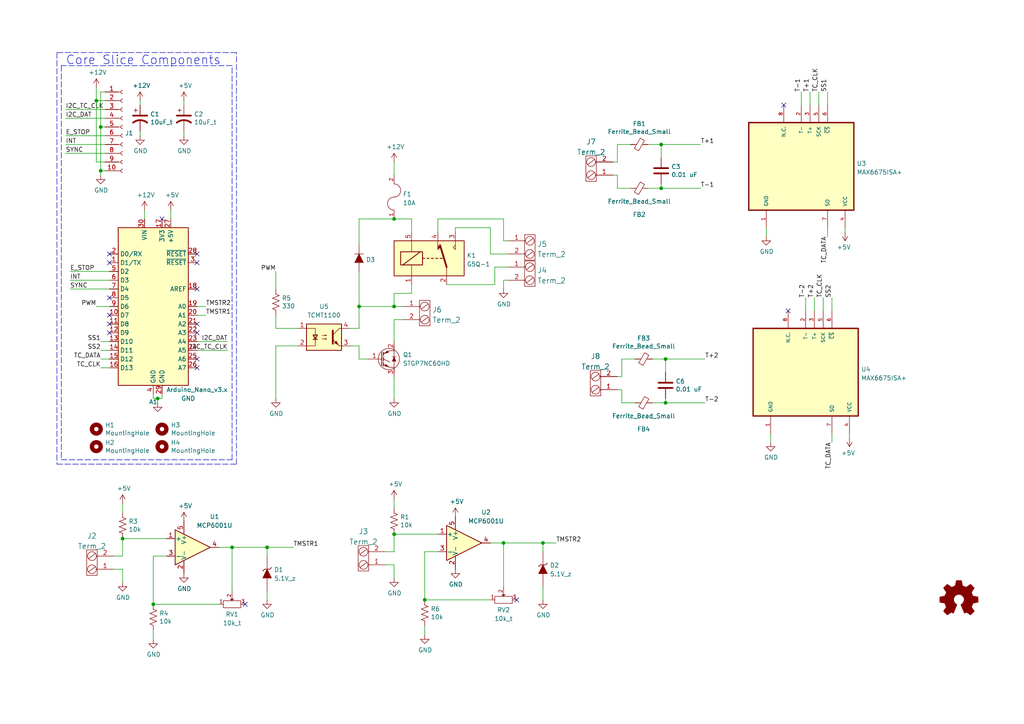
<source format=kicad_sch>
(kicad_sch (version 20211123) (generator eeschema)
  (paper "A4")
  (lib_symbols
    (symbol "Amplifier_Operational:MCP6001U" (pin_names (offset 0.127))
      (property "Reference" "U" (at 0 5.08 0))
      (property "Value" "MCP6001U" (at 0 -5.08 0))
      (symbol "MCP6001U_0_1"
        (pin power_in line (at -2.54 -7.62 90) (length 3.81) (name "V-") (number "2"))
        (pin power_in line (at -2.54 7.62 270) (length 3.81) (name "V+") (number "5"))
      )
      (symbol "MCP6001U_1_1"
        (pin input line (at -7.62 2.54 0) (length 2.54) (name "+") (number "1"))
        (pin input line (at -7.62 -2.54 0) (length 2.54) (name "-") (number "3"))
        (pin output line (at 7.62 0 180) (length 2.54) (name "~") (number "4"))
      )
    )
    (symbol "BREAD_Slice-rescue:10uF_t-OCI_UPL_2_Capacitors" (pin_numbers hide) (pin_names (offset 0.254) hide)
      (property "Reference" "C" (at 0.635 2.54 0))
      (property "Value" "10uF_t-OCI_UPL_2_Capacitors" (at 0.635 -2.54 0))
      (symbol "10uF_t-OCI_UPL_2_Capacitors_1_1"
        (pin passive line (at 0 3.81 270) (length 2.794) (name "~") (number "1"))
        (pin passive line (at 0 -3.81 90) (length 3.302) (name "~") (number "2"))
      )
    )
    (symbol "Connector:Conn_01x10_Female" (pin_names (offset 1.016) hide)
      (property "Reference" "J" (at 0 12.7 0))
      (property "Value" "Conn_01x10_Female" (at 0 -15.24 0))
      (symbol "Conn_01x10_Female_1_1"
        (pin passive line (at -5.08 10.16 0) (length 3.81) (name "Pin_1") (number "1"))
        (pin passive line (at -5.08 -12.7 0) (length 3.81) (name "Pin_10") (number "10"))
        (pin passive line (at -5.08 7.62 0) (length 3.81) (name "Pin_2") (number "2"))
        (pin passive line (at -5.08 5.08 0) (length 3.81) (name "Pin_3") (number "3"))
        (pin passive line (at -5.08 2.54 0) (length 3.81) (name "Pin_4") (number "4"))
        (pin passive line (at -5.08 0 0) (length 3.81) (name "Pin_5") (number "5"))
        (pin passive line (at -5.08 -2.54 0) (length 3.81) (name "Pin_6") (number "6"))
        (pin passive line (at -5.08 -5.08 0) (length 3.81) (name "Pin_7") (number "7"))
        (pin passive line (at -5.08 -7.62 0) (length 3.81) (name "Pin_8") (number "8"))
        (pin passive line (at -5.08 -10.16 0) (length 3.81) (name "Pin_9") (number "9"))
      )
    )
    (symbol "Device:C" (pin_numbers hide) (pin_names (offset 0.254))
      (property "Reference" "C" (at 0.635 2.54 0))
      (property "Value" "C" (at 0.635 -2.54 0))
      (symbol "C_1_1"
        (pin passive line (at 0 3.81 270) (length 2.794) (name "~") (number "1"))
        (pin passive line (at 0 -3.81 90) (length 2.794) (name "~") (number "2"))
      )
    )
    (symbol "Device:Ferrite_Bead_Small" (pin_numbers hide) (pin_names (offset 0))
      (property "Reference" "FB" (at 1.905 1.27 0))
      (property "Value" "Device_Ferrite_Bead_Small" (at 1.905 -1.27 0))
      (symbol "Ferrite_Bead_Small_1_1"
        (pin passive line (at 0 2.54 270) (length 1.27) (name "~") (number "1"))
        (pin passive line (at 0 -2.54 90) (length 1.27) (name "~") (number "2"))
      )
    )
    (symbol "Device:R_US" (pin_numbers hide) (pin_names (offset 0))
      (property "Reference" "R" (at 2.54 0 90))
      (property "Value" "R_US" (at -2.54 0 90))
      (symbol "R_US_1_1"
        (pin passive line (at 0 3.81 270) (length 1.27) (name "~") (number "1"))
        (pin passive line (at 0 -3.81 90) (length 1.27) (name "~") (number "2"))
      )
    )
    (symbol "Graphic:Logo_Open_Hardware_Small" (pin_names (offset 1.016)))
    (symbol "Isolator:TCMT1100" (pin_names (offset 1.016))
      (property "Reference" "U" (at 0 5.08 0))
      (property "Value" "TCMT1100" (at 0 -5.08 0))
      (symbol "TCMT1100_1_1"
        (pin passive line (at -7.62 2.54 0) (length 2.54) (name "~") (number "1"))
        (pin passive line (at -7.62 -2.54 0) (length 2.54) (name "~") (number "2"))
        (pin passive line (at 7.62 -2.54 180) (length 2.54) (name "~") (number "3"))
        (pin passive line (at 7.62 2.54 180) (length 2.54) (name "~") (number "4"))
      )
    )
    (symbol "MAX6675ISA_:MAX6675ISA+" (pin_names (offset 1.016))
      (property "Reference" "U" (at -12.7 16.2306 0))
      (property "Value" "MAX6675ISA+" (at -12.7 -19.2278 0))
      (symbol "MAX6675ISA+_0_0"
        (pin power_in line (at 17.78 -10.16 180) (length 5.08) (name "GND") (number "1"))
        (pin input line (at -17.78 0 0) (length 5.08) (name "T-") (number "2"))
        (pin input line (at -17.78 2.54 0) (length 5.08) (name "T+") (number "3"))
        (pin power_in line (at 17.78 12.7 180) (length 5.08) (name "VCC") (number "4"))
        (pin input line (at -17.78 5.08 0) (length 5.08) (name "SCK") (number "5"))
        (pin input line (at -17.78 7.62 0) (length 5.08) (name "~{CS}") (number "6"))
        (pin output line (at 17.78 7.62 180) (length 5.08) (name "SO") (number "7"))
        (pin bidirectional line (at -17.78 -5.08 0) (length 5.08) (name "N.C.") (number "8"))
      )
    )
    (symbol "MCU_Module:Arduino_Nano_v3.x"
      (property "Reference" "A" (at -10.16 23.495 0))
      (property "Value" "Arduino_Nano_v3.x" (at 5.08 -24.13 0))
      (symbol "Arduino_Nano_v3.x_1_1"
        (pin bidirectional line (at -12.7 12.7 0) (length 2.54) (name "D1/TX") (number "1"))
        (pin bidirectional line (at -12.7 -2.54 0) (length 2.54) (name "D7") (number "10"))
        (pin bidirectional line (at -12.7 -5.08 0) (length 2.54) (name "D8") (number "11"))
        (pin bidirectional line (at -12.7 -7.62 0) (length 2.54) (name "D9") (number "12"))
        (pin bidirectional line (at -12.7 -10.16 0) (length 2.54) (name "D10") (number "13"))
        (pin bidirectional line (at -12.7 -12.7 0) (length 2.54) (name "D11") (number "14"))
        (pin bidirectional line (at -12.7 -15.24 0) (length 2.54) (name "D12") (number "15"))
        (pin bidirectional line (at -12.7 -17.78 0) (length 2.54) (name "D13") (number "16"))
        (pin power_out line (at 2.54 25.4 270) (length 2.54) (name "3V3") (number "17"))
        (pin input line (at 12.7 5.08 180) (length 2.54) (name "AREF") (number "18"))
        (pin bidirectional line (at 12.7 0 180) (length 2.54) (name "A0") (number "19"))
        (pin bidirectional line (at -12.7 15.24 0) (length 2.54) (name "D0/RX") (number "2"))
        (pin bidirectional line (at 12.7 -2.54 180) (length 2.54) (name "A1") (number "20"))
        (pin bidirectional line (at 12.7 -5.08 180) (length 2.54) (name "A2") (number "21"))
        (pin bidirectional line (at 12.7 -7.62 180) (length 2.54) (name "A3") (number "22"))
        (pin bidirectional line (at 12.7 -10.16 180) (length 2.54) (name "A4") (number "23"))
        (pin bidirectional line (at 12.7 -12.7 180) (length 2.54) (name "A5") (number "24"))
        (pin bidirectional line (at 12.7 -15.24 180) (length 2.54) (name "A6") (number "25"))
        (pin bidirectional line (at 12.7 -17.78 180) (length 2.54) (name "A7") (number "26"))
        (pin power_out line (at 5.08 25.4 270) (length 2.54) (name "+5V") (number "27"))
        (pin input line (at 12.7 15.24 180) (length 2.54) (name "~{RESET}") (number "28"))
        (pin power_in line (at 2.54 -25.4 90) (length 2.54) (name "GND") (number "29"))
        (pin input line (at 12.7 12.7 180) (length 2.54) (name "~{RESET}") (number "3"))
        (pin power_in line (at -2.54 25.4 270) (length 2.54) (name "VIN") (number "30"))
        (pin power_in line (at 0 -25.4 90) (length 2.54) (name "GND") (number "4"))
        (pin bidirectional line (at -12.7 10.16 0) (length 2.54) (name "D2") (number "5"))
        (pin bidirectional line (at -12.7 7.62 0) (length 2.54) (name "D3") (number "6"))
        (pin bidirectional line (at -12.7 5.08 0) (length 2.54) (name "D4") (number "7"))
        (pin bidirectional line (at -12.7 2.54 0) (length 2.54) (name "D5") (number "8"))
        (pin bidirectional line (at -12.7 0 0) (length 2.54) (name "D6") (number "9"))
      )
    )
    (symbol "Mechanical:MountingHole" (pin_names (offset 1.016))
      (property "Reference" "H" (at 0 5.08 0))
      (property "Value" "MountingHole" (at 0 3.175 0))
    )
    (symbol "OCI_UPL_10_Connectors:Term_2" (pin_names (offset 1.016))
      (property "Reference" "J" (at 3.81 1.27 0))
      (property "Value" "Term_2" (at 6.35 3.81 0))
      (symbol "Term_2_1_1"
        (pin input line (at -6.35 3.81 0) (length 5.08) (name "~") (number "1"))
        (pin input line (at -6.35 0 0) (length 5.08) (name "~") (number "2"))
      )
    )
    (symbol "OCI_UPL_11_Mechanical:FUSE_Blade" (pin_names (offset 0.254))
      (property "Reference" "F" (at 2.54 1.27 0))
      (property "Value" "FUSE_Blade" (at 0 -3.81 0))
      (symbol "FUSE_Blade_1_1"
        (pin input line (at -6.35 0 0) (length 2.54) (name "~") (number "1"))
        (pin input line (at 6.35 0 180) (length 2.54) (name "~") (number "2"))
      )
    )
    (symbol "OCI_UPL_1_Resistors:10k_t" (pin_names (offset 1.016) hide)
      (property "Reference" "RV" (at 0 -2.032 0))
      (property "Value" "10k_t" (at 0 0 0))
      (symbol "10k_t_1_1"
        (pin passive line (at -3.81 0 0) (length 1.27) (name "1") (number "1"))
        (pin passive line (at 0 3.81 270) (length 2.54) (name "2") (number "2"))
        (pin passive line (at 3.81 0 180) (length 1.27) (name "3") (number "3"))
      )
    )
    (symbol "OCI_UPL_4_Semiconductors:5.1V_z" (pin_numbers hide) (pin_names (offset 1.016) hide)
      (property "Reference" "D" (at 0 2.54 0))
      (property "Value" "5.1V_z" (at 0 -2.54 0))
      (symbol "5.1V_z_1_1"
        (pin passive line (at -5.08 0 0) (length 3.81) (name "K") (number "1"))
        (pin passive line (at 5.08 0 180) (length 3.81) (name "A") (number "2"))
      )
    )
    (symbol "OCI_UPL_4_Semiconductors:General_Purpose_Diode" (pin_numbers hide) (pin_names (offset 1.016) hide)
      (property "Reference" "D" (at 0 2.54 0))
      (symbol "General_Purpose_Diode_1_1"
        (pin passive line (at -3.81 0 0) (length 2.54) (name "K") (number "1"))
        (pin passive line (at 3.81 0 180) (length 2.54) (name "A") (number "2"))
      )
    )
    (symbol "Relay:G5Q-1"
      (property "Reference" "K" (at 11.43 3.81 0))
      (property "Value" "G5Q-1" (at 11.43 1.27 0))
      (symbol "G5Q-1_1_1"
        (pin passive line (at -5.08 -7.62 90) (length 2.54) (name "~") (number "1"))
        (pin passive line (at 5.08 -7.62 90) (length 2.54) (name "~") (number "2"))
        (pin passive line (at 7.62 7.62 270) (length 2.54) (name "~") (number "3"))
        (pin passive line (at 2.54 7.62 270) (length 2.54) (name "~") (number "4"))
        (pin passive line (at -5.08 7.62 270) (length 2.54) (name "~") (number "5"))
      )
    )
    (symbol "Transistor_IGBT:STGP7NC60HD" (pin_names (offset 0) hide)
      (property "Reference" "Q" (at 6.35 1.905 0))
      (property "Value" "STGP7NC60HD" (at 6.35 0 0))
      (symbol "STGP7NC60HD_1_1"
        (pin input line (at -5.08 0 0) (length 3.81) (name "G") (number "1"))
        (pin passive line (at 2.54 5.08 270) (length 2.54) (name "C") (number "2"))
        (pin passive line (at 2.54 -5.08 90) (length 2.54) (name "E") (number "3"))
      )
    )
    (symbol "power:+12V" (power) (pin_names (offset 0))
      (property "Value" "+12V" (at 0 3.556 0))
      (symbol "+12V_1_1"
        (pin power_in line (at 0 0 90) (length 0) hide (name "+12V") (number "1"))
      )
    )
    (symbol "power:+5V" (power) (pin_names (offset 0))
      (property "Value" "+5V" (at 0 3.556 0))
      (symbol "+5V_1_1"
        (pin power_in line (at 0 0 90) (length 0) hide (name "+5V") (number "1"))
      )
    )
    (symbol "power:GND" (power) (pin_names (offset 0))
      (property "Value" "GND" (at 0 -3.81 0))
      (symbol "GND_1_1"
        (pin power_in line (at 0 0 270) (length 0) hide (name "GND") (number "1"))
      )
    )
  )
  (junction (at 123.19 173.99))
  (junction (at 29.21 49.53))
  (junction (at 114.3 88.9))
  (junction (at 35.56 156.21))
  (junction (at 114.3 63.5))
  (junction (at 191.77 54.61))
  (junction (at 27.94 29.21))
  (junction (at 114.3 154.94))
  (junction (at 45.72 115.57))
  (junction (at 29.21 36.83))
  (junction (at 67.31 158.75))
  (junction (at 193.04 116.84))
  (junction (at 157.48 157.48))
  (junction (at 191.77 41.91))
  (junction (at 77.47 158.75))
  (junction (at 146.05 157.48))
  (junction (at 104.14 88.9))
  (junction (at 193.04 104.14))
  (junction (at 44.45 175.26))
  (no_connect (at 57.15 96.52))
  (no_connect (at 31.75 86.36))
  (no_connect (at 57.15 83.82))
  (no_connect (at 31.75 76.2))
  (no_connect (at 149.86 173.99))
  (no_connect (at 228.6 90.17))
  (no_connect (at 31.75 91.44))
  (no_connect (at 31.75 96.52))
  (no_connect (at 71.12 175.26))
  (no_connect (at 31.75 73.66))
  (no_connect (at 46.99 63.5))
  (no_connect (at 31.75 93.98))
  (no_connect (at 57.15 93.98))
  (no_connect (at 57.15 106.68))
  (no_connect (at 57.15 104.14))
  (no_connect (at 57.15 73.66))
  (no_connect (at 57.15 76.2))
  (no_connect (at 227.33 30.48))
  (wire (pts (xy 119.38 82.55) (xy 119.38 85.09)))
  (wire (pts (xy 46.99 115.57) (xy 46.99 114.3)))
  (wire (pts (xy 29.21 106.68) (xy 31.75 106.68)))
  (wire (pts (xy 180.34 113.03) (xy 180.34 116.84)))
  (wire (pts (xy 29.21 101.6) (xy 31.75 101.6)))
  (wire (pts (xy 77.47 171.45) (xy 77.47 173.99)))
  (wire (pts (xy 123.19 173.99) (xy 142.24 173.99)))
  (wire (pts (xy 114.3 85.09) (xy 114.3 88.9)))
  (wire (pts (xy 127 63.5) (xy 146.05 63.5)))
  (wire (pts (xy 142.24 66.04) (xy 142.24 73.66)))
  (wire (pts (xy 114.3 154.94) (xy 127 154.94)))
  (wire (pts (xy 146.05 157.48) (xy 157.48 157.48)))
  (wire (pts (xy 142.24 157.48) (xy 146.05 157.48)))
  (wire (pts (xy 40.64 39.37) (xy 40.64 38.1)))
  (wire (pts (xy 63.5 158.75) (xy 67.31 158.75)))
  (wire (pts (xy 104.14 63.5) (xy 104.14 71.12)))
  (wire (pts (xy 35.56 156.21) (xy 35.56 161.29)))
  (wire (pts (xy 104.14 95.25) (xy 104.14 88.9)))
  (wire (pts (xy 45.72 115.57) (xy 46.99 115.57)))
  (polyline (pts (xy 67.31 133.35) (xy 67.31 19.05)))
  (wire (pts (xy 157.48 170.18) (xy 157.48 173.99)))
  (wire (pts (xy 119.38 67.31) (xy 119.38 63.5)))
  (wire (pts (xy 157.48 157.48) (xy 157.48 160.02)))
  (wire (pts (xy 179.07 46.99) (xy 179.07 41.91)))
  (wire (pts (xy 114.3 63.5) (xy 119.38 63.5)))
  (wire (pts (xy 234.95 26.67) (xy 234.95 30.48)))
  (wire (pts (xy 80.01 100.33) (xy 80.01 115.57)))
  (wire (pts (xy 19.05 41.91) (xy 30.48 41.91)))
  (wire (pts (xy 146.05 63.5) (xy 146.05 69.85)))
  (wire (pts (xy 114.3 88.9) (xy 116.84 88.9)))
  (wire (pts (xy 142.24 73.66) (xy 147.32 73.66)))
  (wire (pts (xy 27.94 29.21) (xy 30.48 29.21)))
  (wire (pts (xy 146.05 69.85) (xy 147.32 69.85)))
  (wire (pts (xy 119.38 85.09) (xy 114.3 85.09)))
  (wire (pts (xy 111.76 163.83) (xy 114.3 163.83)))
  (wire (pts (xy 101.6 100.33) (xy 104.14 100.33)))
  (wire (pts (xy 44.45 182.88) (xy 44.45 185.42)))
  (polyline (pts (xy 16.51 134.62) (xy 68.58 134.62)))
  (wire (pts (xy 77.47 158.75) (xy 77.47 161.29)))
  (wire (pts (xy 180.34 109.22) (xy 180.34 104.14)))
  (wire (pts (xy 146.05 81.28) (xy 146.05 83.82)))
  (wire (pts (xy 236.22 86.36) (xy 236.22 90.17)))
  (polyline (pts (xy 17.78 19.05) (xy 17.78 133.35)))
  (wire (pts (xy 86.36 95.25) (xy 80.01 95.25)))
  (wire (pts (xy 127 67.31) (xy 127 63.5)))
  (wire (pts (xy 193.04 104.14) (xy 204.47 104.14)))
  (wire (pts (xy 179.07 109.22) (xy 180.34 109.22)))
  (wire (pts (xy 240.03 26.67) (xy 240.03 30.48)))
  (wire (pts (xy 123.19 181.61) (xy 123.19 184.15)))
  (wire (pts (xy 27.94 25.4) (xy 27.94 29.21)))
  (wire (pts (xy 179.07 41.91) (xy 182.88 41.91)))
  (wire (pts (xy 48.26 161.29) (xy 44.45 161.29)))
  (wire (pts (xy 29.21 49.53) (xy 29.21 36.83)))
  (wire (pts (xy 187.96 41.91) (xy 191.77 41.91)))
  (wire (pts (xy 187.96 54.61) (xy 191.77 54.61)))
  (wire (pts (xy 29.21 99.06) (xy 31.75 99.06)))
  (wire (pts (xy 35.56 165.1) (xy 35.56 168.91)))
  (wire (pts (xy 30.48 39.37) (xy 19.05 39.37)))
  (wire (pts (xy 147.32 81.28) (xy 146.05 81.28)))
  (wire (pts (xy 232.41 26.67) (xy 232.41 30.48)))
  (wire (pts (xy 104.14 104.14) (xy 106.68 104.14)))
  (wire (pts (xy 53.34 30.48) (xy 53.34 29.21)))
  (polyline (pts (xy 67.31 19.05) (xy 17.78 19.05)))
  (wire (pts (xy 222.25 66.04) (xy 222.25 68.58)))
  (wire (pts (xy 44.45 161.29) (xy 44.45 175.26)))
  (wire (pts (xy 157.48 157.48) (xy 161.29 157.48)))
  (wire (pts (xy 30.48 46.99) (xy 27.94 46.99)))
  (wire (pts (xy 19.05 44.45) (xy 30.48 44.45)))
  (wire (pts (xy 177.8 46.99) (xy 179.07 46.99)))
  (wire (pts (xy 57.15 88.9) (xy 59.69 88.9)))
  (wire (pts (xy 114.3 46.99) (xy 114.3 50.8)))
  (wire (pts (xy 114.3 92.71) (xy 116.84 92.71)))
  (wire (pts (xy 143.51 82.55) (xy 143.51 77.47)))
  (wire (pts (xy 129.54 82.55) (xy 143.51 82.55)))
  (wire (pts (xy 33.02 161.29) (xy 35.56 161.29)))
  (wire (pts (xy 30.48 31.75) (xy 19.05 31.75)))
  (wire (pts (xy 20.32 83.82) (xy 31.75 83.82)))
  (wire (pts (xy 177.8 50.8) (xy 179.07 50.8)))
  (polyline (pts (xy 68.58 15.24) (xy 16.51 15.24)))
  (wire (pts (xy 193.04 116.84) (xy 204.47 116.84)))
  (wire (pts (xy 233.68 86.36) (xy 233.68 90.17)))
  (wire (pts (xy 238.76 86.36) (xy 238.76 90.17)))
  (wire (pts (xy 80.01 78.74) (xy 80.01 83.82)))
  (wire (pts (xy 114.3 109.22) (xy 114.3 115.57)))
  (wire (pts (xy 19.05 34.29) (xy 30.48 34.29)))
  (wire (pts (xy 114.3 163.83) (xy 114.3 167.64)))
  (wire (pts (xy 49.53 60.96) (xy 49.53 63.5)))
  (wire (pts (xy 146.05 157.48) (xy 146.05 170.18)))
  (wire (pts (xy 44.45 114.3) (xy 44.45 115.57)))
  (wire (pts (xy 191.77 41.91) (xy 191.77 45.72)))
  (wire (pts (xy 104.14 100.33) (xy 104.14 104.14)))
  (polyline (pts (xy 16.51 15.24) (xy 16.51 134.62)))
  (wire (pts (xy 35.56 146.05) (xy 35.56 148.59)))
  (wire (pts (xy 104.14 88.9) (xy 114.3 88.9)))
  (wire (pts (xy 191.77 54.61) (xy 203.2 54.61)))
  (wire (pts (xy 123.19 160.02) (xy 123.19 173.99)))
  (wire (pts (xy 29.21 26.67) (xy 30.48 26.67)))
  (wire (pts (xy 245.11 66.04) (xy 245.11 67.31)))
  (wire (pts (xy 40.64 30.48) (xy 40.64 29.21)))
  (wire (pts (xy 101.6 95.25) (xy 104.14 95.25)))
  (wire (pts (xy 193.04 104.14) (xy 193.04 107.95)))
  (wire (pts (xy 179.07 50.8) (xy 179.07 54.61)))
  (wire (pts (xy 114.3 63.5) (xy 104.14 63.5)))
  (wire (pts (xy 191.77 41.91) (xy 203.2 41.91)))
  (wire (pts (xy 77.47 158.75) (xy 85.09 158.75)))
  (wire (pts (xy 80.01 95.25) (xy 80.01 91.44)))
  (wire (pts (xy 33.02 165.1) (xy 35.56 165.1)))
  (wire (pts (xy 241.3 125.73) (xy 241.3 128.27)))
  (wire (pts (xy 30.48 36.83) (xy 29.21 36.83)))
  (wire (pts (xy 44.45 115.57) (xy 45.72 115.57)))
  (wire (pts (xy 114.3 92.71) (xy 114.3 99.06)))
  (wire (pts (xy 111.76 160.02) (xy 114.3 160.02)))
  (wire (pts (xy 45.72 115.57) (xy 45.72 116.84)))
  (wire (pts (xy 31.75 78.74) (xy 20.32 78.74)))
  (wire (pts (xy 29.21 104.14) (xy 31.75 104.14)))
  (wire (pts (xy 193.04 116.84) (xy 193.04 115.57)))
  (wire (pts (xy 35.56 156.21) (xy 48.26 156.21)))
  (wire (pts (xy 53.34 39.37) (xy 53.34 38.1)))
  (wire (pts (xy 27.94 46.99) (xy 27.94 29.21)))
  (wire (pts (xy 29.21 50.8) (xy 29.21 49.53)))
  (wire (pts (xy 67.31 158.75) (xy 77.47 158.75)))
  (wire (pts (xy 189.23 104.14) (xy 193.04 104.14)))
  (wire (pts (xy 114.3 154.94) (xy 114.3 160.02)))
  (wire (pts (xy 191.77 54.61) (xy 191.77 53.34)))
  (wire (pts (xy 20.32 81.28) (xy 31.75 81.28)))
  (wire (pts (xy 57.15 101.6) (xy 66.04 101.6)))
  (wire (pts (xy 180.34 116.84) (xy 184.15 116.84)))
  (wire (pts (xy 67.31 158.75) (xy 67.31 171.45)))
  (wire (pts (xy 241.3 86.36) (xy 241.3 90.17)))
  (wire (pts (xy 237.49 26.67) (xy 237.49 30.48)))
  (wire (pts (xy 127 160.02) (xy 123.19 160.02)))
  (wire (pts (xy 80.01 100.33) (xy 86.36 100.33)))
  (wire (pts (xy 179.07 54.61) (xy 182.88 54.61)))
  (wire (pts (xy 29.21 36.83) (xy 29.21 26.67)))
  (wire (pts (xy 41.91 60.96) (xy 41.91 63.5)))
  (wire (pts (xy 27.94 88.9) (xy 31.75 88.9)))
  (wire (pts (xy 132.08 67.31) (xy 132.08 66.04)))
  (wire (pts (xy 57.15 91.44) (xy 59.69 91.44)))
  (wire (pts (xy 66.04 99.06) (xy 57.15 99.06)))
  (wire (pts (xy 240.03 66.04) (xy 240.03 68.58)))
  (polyline (pts (xy 17.78 133.35) (xy 67.31 133.35)))
  (wire (pts (xy 132.08 66.04) (xy 142.24 66.04)))
  (wire (pts (xy 44.45 175.26) (xy 63.5 175.26)))
  (wire (pts (xy 30.48 49.53) (xy 29.21 49.53)))
  (wire (pts (xy 180.34 104.14) (xy 184.15 104.14)))
  (wire (pts (xy 104.14 78.74) (xy 104.14 88.9)))
  (wire (pts (xy 189.23 116.84) (xy 193.04 116.84)))
  (wire (pts (xy 223.52 125.73) (xy 223.52 128.27)))
  (polyline (pts (xy 68.58 134.62) (xy 68.58 15.24)))
  (wire (pts (xy 143.51 77.47) (xy 147.32 77.47)))
  (wire (pts (xy 179.07 113.03) (xy 180.34 113.03)))
  (wire (pts (xy 114.3 144.78) (xy 114.3 147.32)))
  (wire (pts (xy 246.38 125.73) (xy 246.38 127)))
  (text "Core Slice Components" (at 19.05 19.05 0) (effects (font (size 2.54 2.54)) (justify left bottom)))
  (label "T+2" (at 236.22 86.36 90))
  (label "TC_CLK" (at 237.49 26.67 90))
  (label "T-2" (at 204.47 116.84 0))
  (label "I2C_TC_CLK" (at 19.05 31.75 0))
  (label "I2C_DAT" (at 19.05 34.29 0))
  (label "E_STOP" (at 20.32 78.74 0))
  (label "E_STOP" (at 19.05 39.37 0))
  (label "TC_CLK" (at 29.21 106.68 180))
  (label "SS2" (at 29.21 101.6 180))
  (label "PWM" (at 80.01 78.74 180))
  (label "TC_DATA" (at 240.03 68.58 270))
  (label "TC_DATA" (at 241.3 128.27 270))
  (label "T-1" (at 203.2 54.61 0))
  (label "INT" (at 20.32 81.28 0))
  (label "PWM" (at 27.94 88.9 180))
  (label "SS1" (at 240.03 26.67 90))
  (label "T-2" (at 233.68 86.36 90))
  (label "TMSTR1" (at 85.09 158.75 0))
  (label "T+1" (at 203.2 41.91 0))
  (label "T+2" (at 204.47 104.14 0))
  (label "SYNC" (at 20.32 83.82 0))
  (label "T-1" (at 232.41 26.67 90))
  (label "TC_CLK" (at 238.76 86.36 90))
  (label "SYNC" (at 19.05 44.45 0))
  (label "TC_DATA" (at 29.21 104.14 180))
  (label "SS1" (at 29.21 99.06 180))
  (label "SS2" (at 241.3 86.36 90))
  (label "TMSTR1" (at 59.69 91.44 0))
  (label "I2C_DAT" (at 66.04 99.06 180))
  (label "INT" (at 19.05 41.91 0))
  (label "T+1" (at 234.95 26.67 90))
  (label "I2C_TC_CLK" (at 66.04 101.6 180))
  (label "TMSTR2" (at 161.29 157.48 0))
  (label "TMSTR2" (at 59.69 88.9 0))
  (symbol (lib_id "power:GND") (at 45.72 116.84 0) (unit 1)
    (property "Reference" "#PWR06" (effects hide))
    (property "Value" "GND" (at 54.61 115.57 0))
  )
  (symbol (lib_id "power:+5V") (at 49.53 60.96 0) (unit 1)
    (property "Reference" "#PWR07" (effects hide))
    (property "Value" "+5V" (at 49.911 56.5658 0))
  )
  (symbol (lib_id "power:+12V") (at 41.91 60.96 0) (unit 1)
    (property "Reference" "#PWR05" (effects hide))
    (property "Value" "+12V" (at 42.291 56.5658 0))
  )
  (symbol (lib_id "BREAD_Slice-rescue:10uF_t-OCI_UPL_2_Capacitors") (at 40.64 34.29 0) (unit 1)
    (property "Reference" "C1" (at 43.561 33.1216 0) (effects (justify left)))
    (property "Value" "10uF_t" (at 43.561 35.433 0) (effects (justify left)))
    (property "Footprint" "OCI:C_1206_HandSoldering" (effects hide))
    (property "TC_DATAsheet" "https://www.digikey.com/short/qcd8n7" (effects hide))
    (property "Part #" "T491C106K025AT" (effects hide))
    (property "UPL #" "2.021" (effects hide))
  )
  (symbol (lib_id "power:GND") (at 40.64 39.37 0) (unit 1)
    (property "Reference" "#PWR04" (effects hide))
    (property "Value" "GND" (at 40.767 43.7642 0))
  )
  (symbol (lib_id "Mechanical:MountingHole") (at 27.94 124.46 0) (unit 1)
    (property "Reference" "H1" (at 30.48 123.2916 0) (effects (justify left)))
    (property "Value" "MountingHole" (at 30.48 125.603 0) (effects (justify left)))
    (property "Footprint" "MountingHole:MountingHole_3.2mm_M3_DIN965_Pad" (effects hide))
  )
  (symbol (lib_id "Mechanical:MountingHole") (at 46.99 124.46 0) (unit 1)
    (property "Reference" "H3" (at 49.53 123.2916 0) (effects (justify left)))
    (property "Value" "MountingHole" (at 49.53 125.603 0) (effects (justify left)))
    (property "Footprint" "MountingHole:MountingHole_3.2mm_M3_DIN965_Pad" (effects hide))
  )
  (symbol (lib_id "Mechanical:MountingHole") (at 27.94 129.54 0) (unit 1)
    (property "Reference" "H2" (at 30.48 128.3716 0) (effects (justify left)))
    (property "Value" "MountingHole" (at 30.48 130.683 0) (effects (justify left)))
    (property "Footprint" "MountingHole:MountingHole_3.2mm_M3_DIN965_Pad" (effects hide))
  )
  (symbol (lib_id "Mechanical:MountingHole") (at 46.99 129.54 0) (unit 1)
    (property "Reference" "H4" (at 49.53 128.3716 0) (effects (justify left)))
    (property "Value" "MountingHole" (at 49.53 130.683 0) (effects (justify left)))
    (property "Footprint" "MountingHole:MountingHole_3.2mm_M3_DIN965_Pad" (effects hide))
  )
  (symbol (lib_id "MCU_Module:Arduino_Nano_v3.x") (at 44.45 88.9 0) (unit 1)
    (property "Reference" "A1" (at 44.45 116.5606 0))
    (property "Value" "Arduino_Nano_v3.x" (at 57.15 113.03 0))
    (property "Footprint" "Module:Arduino_Nano" (effects hide))
    (property "TC_DATAsheet" "http://www.mouser.com/pdfdocs/Gravitech_Arduino_Nano3_0.pdf" (effects hide))
  )
  (symbol (lib_id "Graphic:Logo_Open_Hardware_Small") (at 278.13 173.99 0) (unit 1)
    (property "Reference" "Logo1" (effects hide))
    (property "Value" "Logo_Open_Hardware_Small" (effects hide))
    (property "Footprint" "Symbol:OSHW-Symbol_6.7x6mm_SilkScreen" (effects hide))
  )
  (symbol (lib_id "Connector:Conn_01x10_Female") (at 35.56 36.83 0) (unit 1)
    (property "Reference" "J1" (at 36.2712 38.608 0) (effects (justify left)))
    (property "Value" "Conn_01x10_Female" (effects hide))
    (property "Footprint" "Connector_PinSocket_2.54mm:PinSocket_1x10_P2.54mm_Horizontal" (effects hide))
  )
  (symbol (lib_id "power:+12V") (at 27.94 25.4 0) (unit 1)
    (property "Reference" "#PWR01" (effects hide))
    (property "Value" "+12V" (at 28.321 21.0058 0))
  )
  (symbol (lib_id "power:GND") (at 29.21 50.8 0) (unit 1)
    (property "Reference" "#PWR02" (effects hide))
    (property "Value" "GND" (at 29.337 55.1942 0))
  )
  (symbol (lib_id "power:+12V") (at 40.64 29.21 0) (unit 1)
    (property "Reference" "#PWR03" (effects hide))
    (property "Value" "+12V" (at 41.021 24.8158 0))
  )
  (symbol (lib_id "BREAD_Slice-rescue:10uF_t-OCI_UPL_2_Capacitors") (at 53.34 34.29 0) (unit 1)
    (property "Reference" "C2" (at 56.261 33.1216 0) (effects (justify left)))
    (property "Value" "10uF_t" (at 56.261 35.433 0) (effects (justify left)))
    (property "Footprint" "OCI:C_1206_HandSoldering" (effects hide))
    (property "TC_DATAsheet" "https://www.digikey.com/short/qcd8n7" (effects hide))
    (property "Part #" "T491C106K025AT" (effects hide))
    (property "UPL #" "2.021" (effects hide))
  )
  (symbol (lib_id "power:GND") (at 53.34 39.37 0) (unit 1)
    (property "Reference" "#PWR09" (effects hide))
    (property "Value" "GND" (at 53.467 43.7642 0))
  )
  (symbol (lib_id "power:+5V") (at 53.34 29.21 0) (unit 1)
    (property "Reference" "#PWR08" (effects hide))
    (property "Value" "+5V" (at 53.721 24.8158 0))
  )
  (symbol (lib_id "power:GND") (at 114.3 115.57 0) (unit 1)
    (property "Reference" "#PWR0102" (effects hide))
    (property "Value" "GND" (at 114.427 119.9642 0))
  )
  (symbol (lib_id "Device:Ferrite_Bead_Small") (at 185.42 41.91 270) (unit 1)
    (property "Reference" "FB1" (at 185.42 35.8902 90))
    (property "Value" "Ferrite_Bead_Small" (at 185.42 38.2016 90))
    (property "Footprint" "OCI:R_1206_HandSoldering" (effects hide))
  )
  (symbol (lib_id "Device:Ferrite_Bead_Small") (at 185.42 54.61 270) (unit 1)
    (property "Reference" "FB2" (at 185.42 62.23 90))
    (property "Value" "Ferrite_Bead_Small" (at 185.42 58.42 90))
    (property "Footprint" "OCI:R_1206_HandSoldering" (effects hide))
  )
  (symbol (lib_id "Device:C") (at 191.77 49.53 0) (unit 1)
    (property "Reference" "C3" (at 194.691 48.3616 0) (effects (justify left)))
    (property "Value" "0.01 uF" (at 194.691 50.673 0) (effects (justify left)))
    (property "Footprint" "OCI:C_1206_HandSoldering" (effects hide))
  )
  (symbol (lib_id "power:GND") (at 222.25 68.58 0) (unit 1)
    (property "Reference" "#PWR0105" (effects hide))
    (property "Value" "GND" (at 222.377 72.9742 0))
  )
  (symbol (lib_id "Device:R_US") (at 114.3 151.13 0) (unit 1)
    (property "Reference" "R1" (at 116.0272 149.9616 0) (effects (justify left)))
    (property "Value" "10k" (at 116.0272 152.273 0) (effects (justify left)))
    (property "Footprint" "OCI:R_1206_HandSoldering" (effects hide))
  )
  (symbol (lib_id "power:GND") (at 114.3 167.64 0) (unit 1)
    (property "Reference" "#PWR0107" (effects hide))
    (property "Value" "GND" (at 114.427 172.0342 0))
  )
  (symbol (lib_id "power:+5V") (at 114.3 144.78 0) (unit 1)
    (property "Reference" "#PWR0108" (effects hide))
    (property "Value" "+5V" (at 114.681 140.3858 0))
  )
  (symbol (lib_id "power:GND") (at 44.45 185.42 0) (unit 1)
    (property "Reference" "#PWR012" (effects hide))
    (property "Value" "GND" (at 44.577 189.8142 0))
  )
  (symbol (lib_id "OCI_UPL_10_Connectors:Term_2") (at 171.45 46.99 180) (unit 1)
    (property "Reference" "J7" (at 171.45 41.1279 0) (effects (font (size 1.524 1.524))))
    (property "Value" "Term_2" (at 171.45 44.1213 0) (effects (font (size 1.524 1.524))))
    (property "Footprint" "OCI:TerminalBlock_Pheonix_MKDS1.5-2pol" (effects hide))
    (property "TC_DATAsheet" "https://www.digikey.com/short/q7wbhd" (effects hide))
    (property "Part #" "1935161" (effects hide))
    (property "UPL #" "10.003" (effects hide))
  )
  (symbol (lib_id "power:+5V") (at 245.11 67.31 180) (unit 1)
    (property "Reference" "#PWR022" (effects hide))
    (property "Value" "+5V" (at 244.729 71.7042 0))
  )
  (symbol (lib_id "power:GND") (at 77.47 173.99 0) (unit 1)
    (property "Reference" "#PWR015" (effects hide))
    (property "Value" "GND" (at 77.597 178.3842 0))
  )
  (symbol (lib_id "Isolator:TCMT1100") (at 93.98 97.79 0) (unit 1)
    (property "Reference" "U5" (at 93.98 88.9 0))
    (property "Value" "TCMT1100" (at 93.98 91.44 0))
    (property "Footprint" "Package_SO:SOP-4_4.4x2.6mm_P1.27mm" (effects hide))
    (property "TC_DATAsheet" "http://www.vishay.com/docs/83510/tcmt1100.pdf" (effects hide))
  )
  (symbol (lib_id "OCI_UPL_4_Semiconductors:5.1V_z") (at 77.47 166.37 270) (unit 1)
    (property "Reference" "D1" (at 79.4766 165.2305 90) (effects (justify left)))
    (property "Value" "5.1V_z" (at 79.4766 167.7674 90) (effects (justify left)))
    (property "Footprint" "OCI:Diode_DO-41_SOD81_Horizontal_RM10" (effects hide))
    (property "TC_DATAsheet" "https://www.digikey.com/short/q75wjm" (effects hide))
    (property "Part #" "1N4733ATR" (effects hide))
    (property "UPL #" "4.007" (effects hide))
  )
  (symbol (lib_id "OCI_UPL_1_Resistors:10k_t") (at 146.05 173.99 0) (unit 1)
    (property "Reference" "RV2" (at 146.05 176.9094 0))
    (property "Value" "10k_t" (at 146.05 179.4463 0))
    (property "Footprint" "OCI:Potentiometer_Bourns_3296W_3-8Zoll_Inline_ScrewUp" (effects hide))
    (property "TC_DATAsheet" "https://www.digikey.com/short/qt5j3q" (effects hide))
    (property "Part #" "1-1623849-0 " (effects hide))
    (property "UPL #" "1.070" (effects hide))
  )
  (symbol (lib_id "Device:Ferrite_Bead_Small") (at 186.69 116.84 270) (unit 1)
    (property "Reference" "FB4" (at 186.69 124.46 90))
    (property "Value" "Ferrite_Bead_Small" (at 186.69 120.65 90))
    (property "Footprint" "OCI:R_1206_HandSoldering" (effects hide))
  )
  (symbol (lib_id "power:GND") (at 35.56 168.91 0) (unit 1)
    (property "Reference" "#PWR011" (effects hide))
    (property "Value" "GND" (at 35.687 173.3042 0))
  )
  (symbol (lib_id "power:GND") (at 80.01 115.57 0) (unit 1)
    (property "Reference" "#PWR016" (effects hide))
    (property "Value" "GND" (at 80.137 119.9642 0))
  )
  (symbol (lib_id "power:GND") (at 53.34 166.37 0) (unit 1)
    (property "Reference" "#PWR014" (effects hide))
    (property "Value" "GND" (at 53.467 170.7642 0))
  )
  (symbol (lib_id "OCI_UPL_10_Connectors:Term_2") (at 26.67 161.29 180) (unit 1)
    (property "Reference" "J2" (at 26.67 155.4279 0) (effects (font (size 1.524 1.524))))
    (property "Value" "Term_2" (at 26.67 158.4213 0) (effects (font (size 1.524 1.524))))
    (property "Footprint" "OCI:TerminalBlock_Pheonix_MKDS1.5-2pol" (effects hide))
    (property "TC_DATAsheet" "https://www.digikey.com/short/q7wbhd" (effects hide))
    (property "Part #" "1935161" (effects hide))
    (property "UPL #" "10.003" (effects hide))
  )
  (symbol (lib_id "power:GND") (at 146.05 83.82 0) (unit 1)
    (property "Reference" "#PWR0103" (effects hide))
    (property "Value" "GND" (at 146.177 88.2142 0))
  )
  (symbol (lib_id "Relay:G5Q-1") (at 124.46 74.93 0) (unit 1)
    (property "Reference" "K1" (at 135.382 74.0953 0) (effects (justify left)))
    (property "Value" "G5Q-1" (at 135.382 76.6322 0) (effects (justify left)))
    (property "Footprint" "Relay_THT:Relay_SPDT_Omron-G5Q-1" (effects hide))
    (property "TC_DATAsheet" "https://www.omron.com/ecb/products/pdf/en-g5q.pdf" (effects hide))
  )
  (symbol (lib_id "MAX6675ISA_:MAX6675ISA+") (at 233.68 107.95 270) (unit 1)
    (property "Reference" "U4" (at 249.7582 107.1153 90) (effects (justify left)))
    (property "Value" "MAX6675ISA+" (at 249.7582 109.6522 90) (effects (justify left)))
    (property "Footprint" "MAX6675ISA_:SOIC127P600X175-8N" (effects hide))
  )
  (symbol (lib_id "Device:R_US") (at 35.56 152.4 0) (unit 1)
    (property "Reference" "R3" (at 37.2872 151.2316 0) (effects (justify left)))
    (property "Value" "10k" (at 37.2872 153.543 0) (effects (justify left)))
    (property "Footprint" "OCI:R_1206_HandSoldering" (effects hide))
  )
  (symbol (lib_id "OCI_UPL_10_Connectors:Term_2") (at 153.67 73.66 0) (unit 1)
    (property "Reference" "J5" (at 155.829 70.7788 0) (effects (font (size 1.524 1.524)) (justify left)))
    (property "Value" "Term_2" (at 155.829 73.7722 0) (effects (font (size 1.524 1.524)) (justify left)))
    (property "Footprint" "OCI:TerminalBlock_Pheonix_MKDS1.5-2pol" (effects hide))
    (property "TC_DATAsheet" "https://www.digikey.com/short/q7wbhd" (effects hide))
    (property "Part #" "1935161" (effects hide))
    (property "UPL #" "10.003" (effects hide))
  )
  (symbol (lib_id "power:GND") (at 223.52 128.27 0) (unit 1)
    (property "Reference" "#PWR021" (effects hide))
    (property "Value" "GND" (at 223.647 132.6642 0))
  )
  (symbol (lib_id "Device:R_US") (at 123.19 177.8 0) (unit 1)
    (property "Reference" "R6" (at 124.9172 176.6316 0) (effects (justify left)))
    (property "Value" "10k" (at 124.9172 178.943 0) (effects (justify left)))
    (property "Footprint" "OCI:R_1206_HandSoldering" (effects hide))
  )
  (symbol (lib_id "OCI_UPL_10_Connectors:Term_2") (at 123.19 92.71 0) (unit 1)
    (property "Reference" "J6" (at 125.349 89.8288 0) (effects (font (size 1.524 1.524)) (justify left)))
    (property "Value" "Term_2" (at 125.349 92.8222 0) (effects (font (size 1.524 1.524)) (justify left)))
    (property "Footprint" "OCI:TerminalBlock_Pheonix_MKDS1.5-2pol" (effects hide))
    (property "TC_DATAsheet" "https://www.digikey.com/short/q7wbhd" (effects hide))
    (property "Part #" "1935161" (effects hide))
    (property "UPL #" "10.003" (effects hide))
  )
  (symbol (lib_id "Amplifier_Operational:MCP6001U") (at 134.62 157.48 0) (unit 1)
    (property "Reference" "U2" (at 140.97 148.59 0))
    (property "Value" "MCP6001U" (at 140.97 151.13 0))
    (property "Footprint" "Package_TO_SOT_SMD:SOT-23-5" (effects hide))
    (property "TC_DATAsheet" "http://ww1.microchip.com/downloads/en/DeviceDoc/21733j.pdf" (effects hide))
  )
  (symbol (lib_id "power:GND") (at 157.48 173.99 0) (unit 1)
    (property "Reference" "#PWR020" (effects hide))
    (property "Value" "GND" (at 157.607 178.3842 0))
  )
  (symbol (lib_id "OCI_UPL_11_Mechanical:FUSE_Blade") (at 114.3 57.15 90) (unit 1)
    (property "Reference" "F1" (at 116.84 56.3153 90) (effects (justify right)))
    (property "Value" "10A" (at 116.84 58.8522 90) (effects (justify right)))
    (property "Footprint" "OCI:Fuse_Holder" (effects hide))
    (property "TC_DATAsheet" "https://www.digikey.com/short/q7wbwz" (effects hide))
    (property "Part #" "3522-2" (effects hide))
    (property "UPL #" "11.003" (effects hide))
  )
  (symbol (lib_id "Device:R_US") (at 44.45 179.07 0) (unit 1)
    (property "Reference" "R4" (at 46.1772 177.9016 0) (effects (justify left)))
    (property "Value" "10k" (at 46.1772 180.213 0) (effects (justify left)))
    (property "Footprint" "OCI:R_1206_HandSoldering" (effects hide))
  )
  (symbol (lib_id "Device:R_US") (at 80.01 87.63 0) (unit 1)
    (property "Reference" "R5" (at 81.7372 86.4616 0) (effects (justify left)))
    (property "Value" "330" (at 81.7372 88.773 0) (effects (justify left)))
    (property "Footprint" "OCI:R_1206_HandSoldering" (effects hide))
  )
  (symbol (lib_id "power:+5V") (at 246.38 127 180) (unit 1)
    (property "Reference" "#PWR023" (effects hide))
    (property "Value" "+5V" (at 245.999 131.3942 0))
  )
  (symbol (lib_id "power:+12V") (at 114.3 46.99 0) (unit 1)
    (property "Reference" "#PWR0101" (effects hide))
    (property "Value" "+12V" (at 114.681 42.5958 0))
  )
  (symbol (lib_id "OCI_UPL_10_Connectors:Term_2") (at 105.41 160.02 180) (unit 1)
    (property "Reference" "J3" (at 105.41 154.1579 0) (effects (font (size 1.524 1.524))))
    (property "Value" "Term_2" (at 105.41 157.1513 0) (effects (font (size 1.524 1.524))))
    (property "Footprint" "OCI:TerminalBlock_Pheonix_MKDS1.5-2pol" (effects hide))
    (property "TC_DATAsheet" "https://www.digikey.com/short/q7wbhd" (effects hide))
    (property "Part #" "1935161" (effects hide))
    (property "UPL #" "10.003" (effects hide))
  )
  (symbol (lib_id "power:+5V") (at 132.08 149.86 0) (unit 1)
    (property "Reference" "#PWR018" (effects hide))
    (property "Value" "+5V" (at 132.461 145.4658 0))
  )
  (symbol (lib_id "OCI_UPL_10_Connectors:Term_2") (at 153.67 81.28 0) (unit 1)
    (property "Reference" "J4" (at 155.829 78.3988 0) (effects (font (size 1.524 1.524)) (justify left)))
    (property "Value" "Term_2" (at 155.829 81.3922 0) (effects (font (size 1.524 1.524)) (justify left)))
    (property "Footprint" "OCI:TerminalBlock_Pheonix_MKDS1.5-2pol" (effects hide))
    (property "TC_DATAsheet" "https://www.digikey.com/short/q7wbhd" (effects hide))
    (property "Part #" "1935161" (effects hide))
    (property "UPL #" "10.003" (effects hide))
  )
  (symbol (lib_id "power:GND") (at 123.19 184.15 0) (unit 1)
    (property "Reference" "#PWR017" (effects hide))
    (property "Value" "GND" (at 123.317 188.5442 0))
  )
  (symbol (lib_id "Device:Ferrite_Bead_Small") (at 186.69 104.14 270) (unit 1)
    (property "Reference" "FB3" (at 186.69 98.1202 90))
    (property "Value" "Ferrite_Bead_Small" (at 186.69 100.4316 90))
    (property "Footprint" "OCI:R_1206_HandSoldering" (effects hide))
  )
  (symbol (lib_id "OCI_UPL_1_Resistors:10k_t") (at 67.31 175.26 0) (unit 1)
    (property "Reference" "RV1" (at 67.31 178.1794 0))
    (property "Value" "10k_t" (at 67.31 180.7163 0))
    (property "Footprint" "OCI:Potentiometer_Bourns_3296W_3-8Zoll_Inline_ScrewUp" (effects hide))
    (property "TC_DATAsheet" "https://www.digikey.com/short/qt5j3q" (effects hide))
    (property "Part #" "1-1623849-0 " (effects hide))
    (property "UPL #" "1.070" (effects hide))
  )
  (symbol (lib_id "OCI_UPL_10_Connectors:Term_2") (at 172.72 109.22 180) (unit 1)
    (property "Reference" "J8" (at 172.72 103.3579 0) (effects (font (size 1.524 1.524))))
    (property "Value" "Term_2" (at 172.72 106.3513 0) (effects (font (size 1.524 1.524))))
    (property "Footprint" "OCI:TerminalBlock_Pheonix_MKDS1.5-2pol" (effects hide))
    (property "TC_DATAsheet" "https://www.digikey.com/short/q7wbhd" (effects hide))
    (property "Part #" "1935161" (effects hide))
    (property "UPL #" "10.003" (effects hide))
  )
  (symbol (lib_id "Device:C") (at 193.04 111.76 0) (unit 1)
    (property "Reference" "C6" (at 195.961 110.5916 0) (effects (justify left)))
    (property "Value" "0.01 uF" (at 195.961 112.903 0) (effects (justify left)))
    (property "Footprint" "OCI:C_1206_HandSoldering" (effects hide))
  )
  (symbol (lib_id "OCI_UPL_4_Semiconductors:General_Purpose_Diode") (at 104.14 74.93 270) (unit 1)
    (property "Reference" "D3" (at 106.1212 75.3257 90) (effects (justify left)))
    (property "Value" "General_Purpose_Diode" (effects hide))
    (property "Footprint" "OCI:Diode_DO-201AD_Horizontal_RM15" (effects hide))
    (property "TC_DATAsheet" "https://www.digikey.com/short/q75wqm" (effects hide))
    (property "Part #" "1N914BWS" (effects hide))
    (property "UPL #" "4.001" (effects hide))
  )
  (symbol (lib_id "MAX6675ISA_:MAX6675ISA+") (at 232.41 48.26 270) (unit 1)
    (property "Reference" "U3" (at 248.4882 47.4253 90) (effects (justify left)))
    (property "Value" "MAX6675ISA+" (at 248.4882 49.9622 90) (effects (justify left)))
    (property "Footprint" "MAX6675ISA_:SOIC127P600X175-8N" (effects hide))
  )
  (symbol (lib_id "power:+5V") (at 35.56 146.05 0) (unit 1)
    (property "Reference" "#PWR010" (effects hide))
    (property "Value" "+5V" (at 35.941 141.6558 0))
  )
  (symbol (lib_id "power:GND") (at 132.08 165.1 0) (unit 1)
    (property "Reference" "#PWR019" (effects hide))
    (property "Value" "GND" (at 132.207 169.4942 0))
  )
  (symbol (lib_id "power:+5V") (at 53.34 151.13 0) (unit 1)
    (property "Reference" "#PWR013" (effects hide))
    (property "Value" "+5V" (at 53.721 146.7358 0))
  )
  (symbol (lib_id "Transistor_IGBT:STGP7NC60HD") (at 111.76 104.14 0) (unit 1)
    (property "Reference" "Q1" (at 116.84 102.8699 0) (effects (justify left)))
    (property "Value" "STGP7NC60HD" (at 116.84 105.4099 0) (effects (justify left)))
    (property "Footprint" "Package_TO_SOT_THT:TO-220-3_Vertical" (effects hide))
    (property "TC_DATAsheet" "http://www.farnell.com/TC_DATAsheets/2309889.pdf" (effects hide))
  )
  (symbol (lib_id "Amplifier_Operational:MCP6001U") (at 55.88 158.75 0) (unit 1)
    (property "Reference" "U1" (at 62.23 149.86 0))
    (property "Value" "MCP6001U" (at 62.23 152.4 0))
    (property "Footprint" "Package_TO_SOT_SMD:SOT-23-5" (effects hide))
    (property "TC_DATAsheet" "http://ww1.microchip.com/downloads/en/DeviceDoc/21733j.pdf" (effects hide))
  )
  (symbol (lib_id "OCI_UPL_4_Semiconductors:5.1V_z") (at 157.48 165.1 270) (unit 1)
    (property "Reference" "D2" (at 159.4866 163.9605 90) (effects (justify left)))
    (property "Value" "5.1V_z" (at 159.4866 166.4974 90) (effects (justify left)))
    (property "Footprint" "OCI:Diode_DO-41_SOD81_Horizontal_RM10" (effects hide))
    (property "TC_DATAsheet" "https://www.digikey.com/short/q75wjm" (effects hide))
    (property "Part #" "1N4733ATR" (effects hide))
    (property "UPL #" "4.007" (effects hide))
  )
)
</source>
